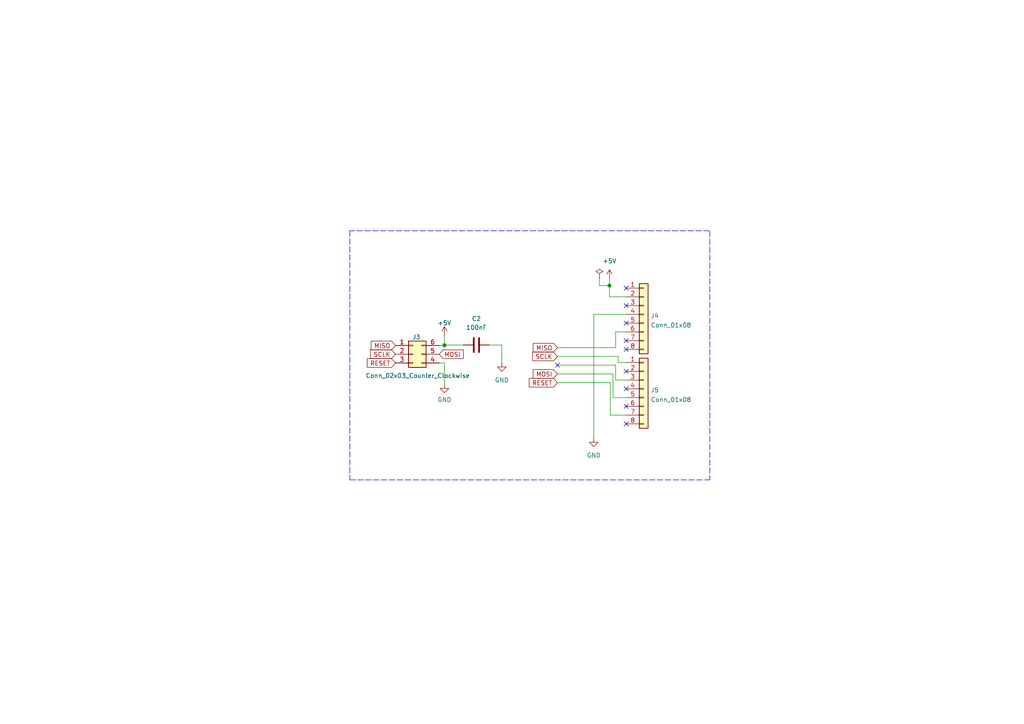
<source format=kicad_sch>
(kicad_sch (version 20211123) (generator eeschema)
  (paper "A4")
  (lib_symbols
    (symbol "Connector_Generic:Conn_01x08" (pin_names (offset 1.016) hide)
      (property "Reference" "J" (at 0 10.16 0))
      (property "Value" "Conn_01x08" (at 0 -12.7 0))
      (symbol "Conn_01x08_1_1"
        (rectangle (start -1.27 -10.033) (end 0 -10.287) (stroke (width 0.1524)))
        (rectangle (start -1.27 -7.493) (end 0 -7.747) (stroke (width 0.1524)))
        (rectangle (start -1.27 -4.953) (end 0 -5.207) (stroke (width 0.1524)))
        (rectangle (start -1.27 -2.413) (end 0 -2.667) (stroke (width 0.1524)))
        (rectangle (start -1.27 0.127) (end 0 -0.127) (stroke (width 0.1524)))
        (rectangle (start -1.27 2.667) (end 0 2.413) (stroke (width 0.1524)))
        (rectangle (start -1.27 5.207) (end 0 4.953) (stroke (width 0.1524)))
        (rectangle (start -1.27 7.747) (end 0 7.493) (stroke (width 0.1524)))
        (rectangle (start -1.27 8.89) (end 1.27 -11.43) (stroke (width 0.254)) (fill (type background)))
        (pin passive line (at -5.08 7.62 0) (length 3.81) (name "Pin_1") (number "1"))
        (pin passive line (at -5.08 5.08 0) (length 3.81) (name "Pin_2") (number "2"))
        (pin passive line (at -5.08 2.54 0) (length 3.81) (name "Pin_3") (number "3"))
        (pin passive line (at -5.08 0 0) (length 3.81) (name "Pin_4") (number "4"))
        (pin passive line (at -5.08 -2.54 0) (length 3.81) (name "Pin_5") (number "5"))
        (pin passive line (at -5.08 -5.08 0) (length 3.81) (name "Pin_6") (number "6"))
        (pin passive line (at -5.08 -7.62 0) (length 3.81) (name "Pin_7") (number "7"))
        (pin passive line (at -5.08 -10.16 0) (length 3.81) (name "Pin_8") (number "8"))
      )
    )
    (symbol "Connector_Generic:Conn_02x03_Counter_Clockwise" (pin_names (offset 1.016) hide)
      (property "Reference" "J" (at 1.27 5.08 0))
      (property "Value" "Conn_02x03_Counter_Clockwise" (at 1.27 -5.08 0))
      (symbol "Conn_02x03_Counter_Clockwise_1_1"
        (rectangle (start -1.27 -2.413) (end 0 -2.667) (stroke (width 0.1524)))
        (rectangle (start -1.27 0.127) (end 0 -0.127) (stroke (width 0.1524)))
        (rectangle (start -1.27 2.667) (end 0 2.413) (stroke (width 0.1524)))
        (rectangle (start -1.27 3.81) (end 3.81 -3.81) (stroke (width 0.254)) (fill (type background)))
        (rectangle (start 3.81 -2.413) (end 2.54 -2.667) (stroke (width 0.1524)))
        (rectangle (start 3.81 0.127) (end 2.54 -0.127) (stroke (width 0.1524)))
        (rectangle (start 3.81 2.667) (end 2.54 2.413) (stroke (width 0.1524)))
        (pin passive line (at -5.08 2.54 0) (length 3.81) (name "Pin_1") (number "1"))
        (pin passive line (at -5.08 0 0) (length 3.81) (name "Pin_2") (number "2"))
        (pin passive line (at -5.08 -2.54 0) (length 3.81) (name "Pin_3") (number "3"))
        (pin passive line (at 7.62 -2.54 180) (length 3.81) (name "Pin_4") (number "4"))
        (pin passive line (at 7.62 0 180) (length 3.81) (name "Pin_5") (number "5"))
        (pin passive line (at 7.62 2.54 180) (length 3.81) (name "Pin_6") (number "6"))
      )
    )
    (symbol "Device:C" (pin_numbers hide) (pin_names (offset 0.254))
      (property "Reference" "C" (at 0.635 2.54 0))
      (property "Value" "C" (at 0.635 -2.54 0))
      (symbol "C_0_1"
        (polyline (pts (xy -2.032 -0.762) (xy 2.032 -0.762)) (stroke (width 0.508)))
        (polyline (pts (xy -2.032 0.762) (xy 2.032 0.762)) (stroke (width 0.508)))
      )
      (symbol "C_1_1"
        (pin passive line (at 0 3.81 270) (length 2.794) (name "~") (number "1"))
        (pin passive line (at 0 -3.81 90) (length 2.794) (name "~") (number "2"))
      )
    )
    (symbol "power:+5V" (power) (pin_names (offset 0))
      (property "Value" "+5V" (at 0 3.556 0))
      (symbol "+5V_0_1"
        (polyline (pts (xy -0.762 1.27) (xy 0 2.54)))
        (polyline (pts (xy 0 0) (xy 0 2.54)))
        (polyline (pts (xy 0 2.54) (xy 0.762 1.27)))
      )
      (symbol "+5V_1_1"
        (pin power_in line (at 0 0 90) (length 0) hide (name "+5V") (number "1"))
      )
    )
    (symbol "power:GND" (power) (pin_names (offset 0))
      (property "Value" "GND" (at 0 -3.81 0))
      (symbol "GND_0_1"
        (polyline (pts (xy 0 0) (xy 0 -1.27) (xy 1.27 -1.27) (xy 0 -2.54) (xy -1.27 -1.27) (xy 0 -1.27)))
      )
      (symbol "GND_1_1"
        (pin power_in line (at 0 0 270) (length 0) hide (name "GND") (number "1"))
      )
    )
    (symbol "power:PWR_FLAG" (power) (pin_numbers hide) (pin_names (offset 0) hide)
      (property "Value" "PWR_FLAG" (at 0 3.81 0))
      (symbol "PWR_FLAG_0_0"
        (pin power_out line (at 0 0 90) (length 0) (name "pwr") (number "1"))
      )
      (symbol "PWR_FLAG_0_1"
        (polyline (pts (xy 0 0) (xy 0 1.27) (xy -1.016 1.905) (xy 0 2.54) (xy 1.016 1.905) (xy 0 1.27)))
      )
    )
  )
  (junction (at 128.905 100.203))
  (junction (at 176.784 82.8375))
  (junction (at 176.784 82.804))
  (junction (at 128.905 100.076))
  (no_connect (at 181.61 98.806))
  (no_connect (at 181.61 101.346))
  (no_connect (at 181.61 83.566))
  (no_connect (at 181.61 93.726))
  (no_connect (at 181.61 107.696))
  (no_connect (at 181.61 122.936))
  (no_connect (at 181.61 117.856))
  (no_connect (at 181.61 112.776))
  (no_connect (at 161.671 105.918))
  (no_connect (at 181.61 88.646))
  (wire (pts (xy 176.784 86.106) (xy 176.784 82.8375)))
  (wire (pts (xy 178.562 110.236) (xy 181.61 110.236)))
  (wire (pts (xy 177.038 110.998) (xy 177.038 120.396)))
  (wire (pts (xy 177.8 108.458) (xy 177.8 115.316)))
  (wire (pts (xy 161.671 110.998) (xy 177.038 110.998)))
  (wire (pts (xy 176.784 82.804) (xy 176.784 80.772)))
  (wire (pts (xy 161.671 103.378) (xy 179.324 103.378)))
  (wire (pts (xy 161.671 108.458) (xy 177.8 108.458)))
  (wire (pts (xy 172.212 91.186) (xy 172.212 127)))
  (wire (pts (xy 176.784 82.8375) (xy 176.784 82.804)))
  (polyline (pts (xy 205.74 66.929) (xy 101.473 66.929)))
  (wire (pts (xy 178.562 105.918) (xy 178.562 110.236)))
  (wire (pts (xy 173.863 80.645) (xy 173.863 82.8375)))
  (wire (pts (xy 134.366 100.076) (xy 128.905 100.076)))
  (wire (pts (xy 128.905 100.076) (xy 128.905 100.203)))
  (wire (pts (xy 128.905 100.203) (xy 127.381 100.203)))
  (wire (pts (xy 128.905 105.283) (xy 127.381 105.283)))
  (wire (pts (xy 161.671 105.918) (xy 178.562 105.918)))
  (polyline (pts (xy 101.473 139.192) (xy 205.867 139.192)))
  (wire (pts (xy 172.212 91.186) (xy 181.61 91.186)))
  (wire (pts (xy 128.905 97.282) (xy 128.905 100.076)))
  (wire (pts (xy 178.562 96.266) (xy 178.562 100.838)))
  (wire (pts (xy 176.784 86.106) (xy 181.61 86.106)))
  (wire (pts (xy 181.61 96.266) (xy 178.562 96.266)))
  (wire (pts (xy 145.542 105.156) (xy 145.542 100.076)))
  (wire (pts (xy 179.324 105.156) (xy 181.61 105.156)))
  (wire (pts (xy 161.671 100.838) (xy 178.562 100.838)))
  (wire (pts (xy 145.542 100.076) (xy 141.986 100.076)))
  (wire (pts (xy 128.905 111.379) (xy 128.905 105.283)))
  (polyline (pts (xy 101.473 66.929) (xy 101.473 139.192)))
  (polyline (pts (xy 205.867 67.056) (xy 205.867 139.192)))
  (wire (pts (xy 179.324 105.156) (xy 179.324 103.378)))
  (wire (pts (xy 177.038 120.396) (xy 181.61 120.396)))
  (wire (pts (xy 173.863 82.8375) (xy 176.784 82.8375)))
  (wire (pts (xy 177.8 115.316) (xy 181.61 115.316)))
  (global_label "RESET" (shape input) (at 114.681 105.283 180) (property "Intersheet References" "${INTERSHEET_REFS}" (effects hide)))
  (global_label "SCLK" (shape input) (at 161.671 103.378 180) (property "Intersheet References" "${INTERSHEET_REFS}" (effects hide)))
  (global_label "SCLK" (shape input) (at 114.681 102.743 180) (property "Intersheet References" "${INTERSHEET_REFS}" (effects hide)))
  (global_label "MOSI" (shape input) (at 127.381 102.743 0) (property "Intersheet References" "${INTERSHEET_REFS}" (effects hide)))
  (global_label "MOSI" (shape input) (at 161.671 108.458 180) (property "Intersheet References" "${INTERSHEET_REFS}" (effects hide)))
  (global_label "MISO" (shape input) (at 114.681 100.203 180) (property "Intersheet References" "${INTERSHEET_REFS}" (effects hide)))
  (global_label "MISO" (shape input) (at 161.671 100.838 180) (property "Intersheet References" "${INTERSHEET_REFS}" (effects hide)))
  (global_label "RESET" (shape input) (at 161.671 110.998 180) (property "Intersheet References" "${INTERSHEET_REFS}" (effects hide)))
  (symbol (lib_id "power:+5V") (at 128.905 97.282 0) (unit 1)
    (property "Reference" "#PWR06" (effects hide))
    (property "Value" "+5V" (at 128.905 93.6775 0))
  )
  (symbol (lib_id "power:GND") (at 172.212 127 0) (unit 1)
    (property "Reference" "#PWR09" (effects hide))
    (property "Value" "GND" (at 172.212 132.08 0))
  )
  (symbol (lib_id "power:GND") (at 145.542 105.156 0) (unit 1)
    (property "Reference" "#PWR08" (effects hide))
    (property "Value" "GND" (at 145.542 110.236 0))
  )
  (symbol (lib_id "Connector_Generic:Conn_01x08") (at 186.69 112.776 0) (unit 1)
    (property "Reference" "J5" (at 188.722 113.1375 0) (effects (justify left)))
    (property "Value" "Conn_01x08" (at 188.722 115.9126 0) (effects (justify left)))
    (property "Footprint" "Connector_PinHeader_2.54mm:PinHeader_1x08_P2.54mm_Vertical" (effects hide))
  )
  (symbol (lib_id "Connector_Generic:Conn_01x08") (at 186.69 91.186 0) (unit 1)
    (property "Reference" "J4" (at 188.722 91.5475 0) (effects (justify left)))
    (property "Value" "Conn_01x08" (at 188.722 94.3226 0) (effects (justify left)))
    (property "Footprint" "Connector_PinHeader_2.54mm:PinHeader_1x08_P2.54mm_Vertical" (effects hide))
  )
  (symbol (lib_id "Connector_Generic:Conn_02x03_Counter_Clockwise") (at 119.761 102.743 0) (unit 1)
    (property "Reference" "J3" (at 120.777 97.79 0))
    (property "Value" "Conn_02x03_Counter_Clockwise" (at 121.158 108.966 0))
    (property "Footprint" "Connector_PinSocket_2.54mm:PinSocket_2x03_P2.54mm_Vertical" (effects hide))
  )
  (symbol (lib_id "power:+5V") (at 176.784 80.772 0) (unit 1)
    (property "Reference" "#PWR010" (effects hide))
    (property "Value" "+5V" (at 176.784 75.692 0))
  )
  (symbol (lib_id "Device:C") (at 138.176 100.076 90) (unit 1)
    (property "Reference" "C2" (at 138.176 92.456 90))
    (property "Value" "100nF" (at 138.176 94.996 90))
    (property "Footprint" "Capacitor_THT:C_Disc_D3.0mm_W2.0mm_P2.50mm" (effects hide))
  )
  (symbol (lib_id "power:GND") (at 128.905 111.379 0) (unit 1)
    (property "Reference" "#PWR07" (effects hide))
    (property "Value" "GND" (at 128.905 115.9415 0))
  )
  (symbol (lib_id "power:PWR_FLAG") (at 173.863 80.645 0) (unit 1)
    (property "Reference" "#FLG02" (effects hide))
    (property "Value" "PWR_FLAG" (effects hide))
  )
)
</source>
